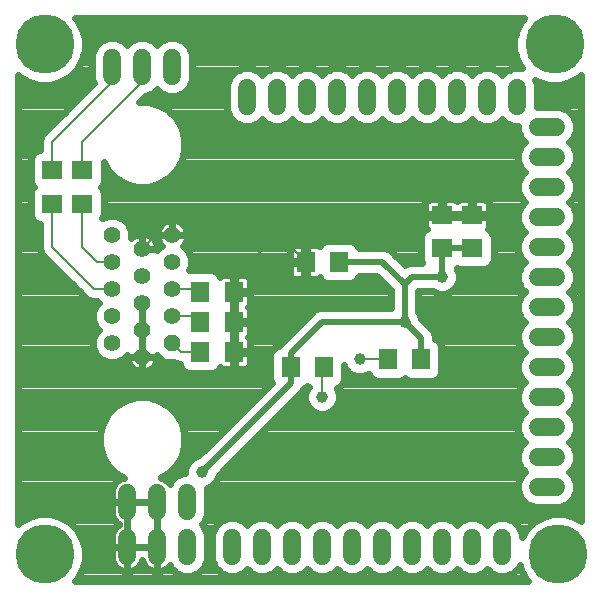
<source format=gbl>
G75*
G70*
%OFA0B0*%
%FSLAX24Y24*%
%IPPOS*%
%LPD*%
%AMOC8*
5,1,8,0,0,1.08239X$1,22.5*
%
%ADD10C,0.0554*%
%ADD11OC8,0.0554*%
%ADD12C,0.0600*%
%ADD13R,0.0709X0.0630*%
%ADD14R,0.0630X0.0710*%
%ADD15R,0.0710X0.0630*%
%ADD16R,0.0630X0.0709*%
%ADD17C,0.0396*%
%ADD18C,0.0080*%
%ADD19C,0.0240*%
%ADD20C,0.0200*%
%ADD21C,0.1969*%
D10*
X007062Y008066D03*
X007062Y008966D03*
X006062Y009416D03*
X006062Y010316D03*
X007062Y010766D03*
X007062Y009866D03*
X008062Y010316D03*
X008062Y009416D03*
X008062Y011216D03*
X008062Y012116D03*
X007062Y011666D03*
X006062Y012116D03*
X006062Y011216D03*
X006062Y008516D03*
D11*
X008062Y008516D03*
D12*
X008562Y003520D02*
X008562Y002920D01*
X008562Y002020D02*
X008562Y001420D01*
X007562Y001420D02*
X007562Y002020D01*
X007562Y002920D02*
X007562Y003520D01*
X006562Y003520D02*
X006562Y002920D01*
X006562Y002020D02*
X006562Y001420D01*
X010062Y001420D02*
X010062Y002020D01*
X011062Y002020D02*
X011062Y001420D01*
X012062Y001420D02*
X012062Y002020D01*
X013062Y002020D02*
X013062Y001420D01*
X014062Y001420D02*
X014062Y002020D01*
X015062Y002020D02*
X015062Y001420D01*
X016062Y001420D02*
X016062Y002020D01*
X017062Y002020D02*
X017062Y001420D01*
X018062Y001420D02*
X018062Y002020D01*
X019062Y002020D02*
X019062Y001420D01*
X020262Y003720D02*
X020862Y003720D01*
X020862Y004720D02*
X020262Y004720D01*
X020262Y005720D02*
X020862Y005720D01*
X020862Y006720D02*
X020262Y006720D01*
X020262Y007720D02*
X020862Y007720D01*
X020862Y008720D02*
X020262Y008720D01*
X020262Y009720D02*
X020862Y009720D01*
X020862Y010720D02*
X020262Y010720D01*
X020262Y011720D02*
X020862Y011720D01*
X020862Y012720D02*
X020262Y012720D01*
X020262Y013720D02*
X020862Y013720D01*
X020862Y014720D02*
X020262Y014720D01*
X020262Y015720D02*
X020862Y015720D01*
X019562Y016420D02*
X019562Y017020D01*
X018562Y017020D02*
X018562Y016420D01*
X017562Y016420D02*
X017562Y017020D01*
X016562Y017020D02*
X016562Y016420D01*
X015562Y016420D02*
X015562Y017020D01*
X014562Y017020D02*
X014562Y016420D01*
X013562Y016420D02*
X013562Y017020D01*
X012562Y017020D02*
X012562Y016420D01*
X011562Y016420D02*
X011562Y017020D01*
X010562Y017020D02*
X010562Y016420D01*
X008062Y017420D02*
X008062Y018020D01*
X007062Y018020D02*
X007062Y017420D01*
X006062Y017420D02*
X006062Y018020D01*
D13*
X017062Y012771D03*
X018062Y012771D03*
X018062Y011669D03*
X017062Y011669D03*
D14*
X010122Y010220D03*
X010122Y009220D03*
X010122Y008220D03*
X009002Y008220D03*
X009002Y009220D03*
X009002Y010220D03*
D15*
X005062Y013160D03*
X004062Y013160D03*
X004062Y014280D03*
X005062Y014280D03*
D16*
X012011Y007720D03*
X013113Y007720D03*
X015261Y007970D03*
X016363Y007970D03*
X013613Y011220D03*
X012511Y011220D03*
D17*
X012562Y010470D03*
X014312Y007970D03*
X013062Y006720D03*
X015812Y009220D03*
X017062Y010720D03*
X009062Y004220D03*
D18*
X013062Y006720D02*
X013062Y007669D01*
X013113Y007720D01*
X014312Y007970D02*
X015261Y007970D01*
X012562Y010470D02*
X012562Y011169D01*
X012511Y011220D01*
X011615Y012116D01*
X011562Y012116D01*
X010122Y010676D01*
X010122Y010220D01*
X010122Y009220D01*
X010122Y008220D01*
X009002Y008220D02*
X008358Y008220D01*
X008062Y008516D01*
X008806Y009416D02*
X009002Y009220D01*
X008806Y009416D02*
X008062Y009416D01*
X008062Y010316D02*
X008906Y010316D01*
X009002Y010220D01*
X007062Y009866D02*
X007062Y008966D01*
X007062Y008066D01*
X006062Y010316D02*
X005466Y010316D01*
X004062Y011720D01*
X004062Y013160D01*
X005062Y013160D02*
X005062Y011720D01*
X005566Y011216D01*
X006062Y011216D01*
X007062Y011666D02*
X007512Y012116D01*
X008062Y012116D01*
X011562Y012116D01*
X012217Y012771D01*
X017062Y012771D01*
X018062Y012771D01*
X013812Y011220D02*
X013613Y011220D01*
X007062Y017220D02*
X007062Y017720D01*
X007062Y017220D02*
X005062Y015220D01*
X005062Y014280D01*
X004062Y014280D02*
X004062Y015220D01*
X006062Y017220D01*
X006062Y017720D01*
D19*
X002922Y017459D02*
X002922Y002481D01*
X002986Y002546D01*
X003293Y002723D01*
X003635Y002814D01*
X003989Y002814D01*
X004331Y002723D01*
X004637Y002546D01*
X004888Y002295D01*
X005065Y001989D01*
X005156Y001647D01*
X005156Y001293D01*
X005065Y000951D01*
X004888Y000645D01*
X004823Y000580D01*
X019926Y000580D01*
X019861Y000645D01*
X019684Y000951D01*
X019644Y001101D01*
X019621Y001046D01*
X019436Y000860D01*
X019193Y000760D01*
X018931Y000760D01*
X018688Y000860D01*
X018562Y000987D01*
X018436Y000860D01*
X018193Y000760D01*
X017931Y000760D01*
X017688Y000860D01*
X017562Y000987D01*
X017436Y000860D01*
X017193Y000760D01*
X016931Y000760D01*
X016688Y000860D01*
X016562Y000987D01*
X016436Y000860D01*
X016193Y000760D01*
X015931Y000760D01*
X015688Y000860D01*
X015562Y000987D01*
X015436Y000860D01*
X015193Y000760D01*
X014931Y000760D01*
X014688Y000860D01*
X014562Y000987D01*
X014436Y000860D01*
X014193Y000760D01*
X013931Y000760D01*
X013688Y000860D01*
X013562Y000987D01*
X013436Y000860D01*
X013193Y000760D01*
X012931Y000760D01*
X012688Y000860D01*
X012562Y000987D01*
X012436Y000860D01*
X012193Y000760D01*
X011931Y000760D01*
X011688Y000860D01*
X011562Y000987D01*
X011436Y000860D01*
X011193Y000760D01*
X010931Y000760D01*
X010688Y000860D01*
X010562Y000987D01*
X010436Y000860D01*
X010193Y000760D01*
X009931Y000760D01*
X009688Y000860D01*
X009502Y001046D01*
X009402Y001289D01*
X009402Y002151D01*
X009502Y002394D01*
X009688Y002580D01*
X009931Y002680D01*
X010193Y002680D01*
X010436Y002580D01*
X010562Y002453D01*
X010688Y002580D01*
X010931Y002680D01*
X011193Y002680D01*
X011436Y002580D01*
X011562Y002453D01*
X011688Y002580D01*
X011931Y002680D01*
X012193Y002680D01*
X012436Y002580D01*
X012562Y002453D01*
X012688Y002580D01*
X012931Y002680D01*
X013193Y002680D01*
X013436Y002580D01*
X013562Y002453D01*
X013688Y002580D01*
X013931Y002680D01*
X014193Y002680D01*
X014436Y002580D01*
X014562Y002453D01*
X014688Y002580D01*
X014931Y002680D01*
X015193Y002680D01*
X015436Y002580D01*
X015562Y002453D01*
X015688Y002580D01*
X015931Y002680D01*
X016193Y002680D01*
X016436Y002580D01*
X016562Y002453D01*
X016688Y002580D01*
X016931Y002680D01*
X017193Y002680D01*
X017436Y002580D01*
X017562Y002453D01*
X017688Y002580D01*
X017931Y002680D01*
X018193Y002680D01*
X018436Y002580D01*
X018562Y002453D01*
X018688Y002580D01*
X018931Y002680D01*
X019193Y002680D01*
X019436Y002580D01*
X019621Y002394D01*
X019722Y002151D01*
X019722Y002054D01*
X019861Y002295D01*
X020111Y002546D01*
X020418Y002723D01*
X020760Y002814D01*
X021114Y002814D01*
X021456Y002723D01*
X021702Y002581D01*
X021702Y017459D01*
X021637Y017394D01*
X021331Y017217D01*
X020989Y017126D01*
X020635Y017126D01*
X020293Y017217D01*
X020164Y017292D01*
X020222Y017151D01*
X020222Y016380D01*
X020993Y016380D01*
X021236Y016280D01*
X021421Y016094D01*
X021522Y015851D01*
X021522Y015589D01*
X021421Y015346D01*
X021295Y015220D01*
X021421Y015094D01*
X021522Y014851D01*
X021522Y014589D01*
X021421Y014346D01*
X021295Y014220D01*
X021421Y014094D01*
X021522Y013851D01*
X021522Y013589D01*
X021421Y013346D01*
X021295Y013220D01*
X021421Y013094D01*
X021522Y012851D01*
X021522Y012589D01*
X021421Y012346D01*
X021295Y012220D01*
X021421Y012094D01*
X021522Y011851D01*
X021522Y011589D01*
X021421Y011346D01*
X021295Y011220D01*
X021421Y011094D01*
X021522Y010851D01*
X021522Y010589D01*
X021421Y010346D01*
X021295Y010220D01*
X021421Y010094D01*
X021522Y009851D01*
X021522Y009589D01*
X021421Y009346D01*
X021295Y009220D01*
X021421Y009094D01*
X021522Y008851D01*
X021522Y008589D01*
X021421Y008346D01*
X021295Y008220D01*
X021421Y008094D01*
X021522Y007851D01*
X021522Y007589D01*
X021421Y007346D01*
X021295Y007220D01*
X021421Y007094D01*
X021522Y006851D01*
X021522Y006589D01*
X021421Y006346D01*
X021295Y006220D01*
X021421Y006094D01*
X021522Y005851D01*
X021522Y005589D01*
X021421Y005346D01*
X021295Y005220D01*
X021421Y005094D01*
X021522Y004851D01*
X021522Y004589D01*
X021421Y004346D01*
X021295Y004220D01*
X021421Y004094D01*
X021522Y003851D01*
X021522Y003589D01*
X021421Y003346D01*
X021236Y003160D01*
X020993Y003060D01*
X020131Y003060D01*
X019888Y003160D01*
X019702Y003346D01*
X019602Y003589D01*
X019602Y003851D01*
X019702Y004094D01*
X019829Y004220D01*
X019702Y004346D01*
X019602Y004589D01*
X019602Y004851D01*
X019702Y005094D01*
X019829Y005220D01*
X019702Y005346D01*
X019602Y005589D01*
X019602Y005851D01*
X019702Y006094D01*
X019829Y006220D01*
X019702Y006346D01*
X019602Y006589D01*
X019602Y006851D01*
X019702Y007094D01*
X019829Y007220D01*
X019702Y007346D01*
X019602Y007589D01*
X019602Y007851D01*
X019702Y008094D01*
X019829Y008220D01*
X019702Y008346D01*
X019602Y008589D01*
X019602Y008851D01*
X019702Y009094D01*
X019829Y009220D01*
X019702Y009346D01*
X019602Y009589D01*
X019602Y009851D01*
X019702Y010094D01*
X019829Y010220D01*
X019702Y010346D01*
X019602Y010589D01*
X019602Y010851D01*
X019702Y011094D01*
X019829Y011220D01*
X019702Y011346D01*
X019602Y011589D01*
X019602Y011851D01*
X019702Y012094D01*
X019829Y012220D01*
X019702Y012346D01*
X019602Y012589D01*
X019602Y012851D01*
X019702Y013094D01*
X019829Y013220D01*
X019702Y013346D01*
X019602Y013589D01*
X019602Y013851D01*
X019702Y014094D01*
X019829Y014220D01*
X019702Y014346D01*
X019602Y014589D01*
X019602Y014851D01*
X019702Y015094D01*
X019829Y015220D01*
X019702Y015346D01*
X019602Y015589D01*
X019602Y015760D01*
X019431Y015760D01*
X019188Y015860D01*
X019062Y015987D01*
X018936Y015860D01*
X018693Y015760D01*
X018431Y015760D01*
X018188Y015860D01*
X018062Y015987D01*
X017936Y015860D01*
X017693Y015760D01*
X017431Y015760D01*
X017188Y015860D01*
X017062Y015987D01*
X016936Y015860D01*
X016693Y015760D01*
X016431Y015760D01*
X016188Y015860D01*
X016062Y015987D01*
X015936Y015860D01*
X015693Y015760D01*
X015431Y015760D01*
X015188Y015860D01*
X015062Y015987D01*
X014936Y015860D01*
X014693Y015760D01*
X014431Y015760D01*
X014188Y015860D01*
X014062Y015987D01*
X013936Y015860D01*
X013693Y015760D01*
X013431Y015760D01*
X013188Y015860D01*
X013062Y015987D01*
X012936Y015860D01*
X012693Y015760D01*
X012431Y015760D01*
X012188Y015860D01*
X012062Y015987D01*
X011936Y015860D01*
X011693Y015760D01*
X011431Y015760D01*
X011188Y015860D01*
X011062Y015987D01*
X010936Y015860D01*
X010693Y015760D01*
X010431Y015760D01*
X010188Y015860D01*
X010002Y016046D01*
X009902Y016289D01*
X009902Y017151D01*
X010002Y017394D01*
X010188Y017580D01*
X010431Y017680D01*
X010693Y017680D01*
X010936Y017580D01*
X011062Y017453D01*
X011188Y017580D01*
X011431Y017680D01*
X011693Y017680D01*
X011936Y017580D01*
X012062Y017453D01*
X012188Y017580D01*
X012431Y017680D01*
X012693Y017680D01*
X012936Y017580D01*
X013062Y017453D01*
X013188Y017580D01*
X013431Y017680D01*
X013693Y017680D01*
X013936Y017580D01*
X014062Y017453D01*
X014188Y017580D01*
X014431Y017680D01*
X014693Y017680D01*
X014936Y017580D01*
X015062Y017453D01*
X015188Y017580D01*
X015431Y017680D01*
X015693Y017680D01*
X015936Y017580D01*
X016062Y017453D01*
X016188Y017580D01*
X016431Y017680D01*
X016693Y017680D01*
X016936Y017580D01*
X017062Y017453D01*
X017188Y017580D01*
X017431Y017680D01*
X017693Y017680D01*
X017936Y017580D01*
X018062Y017453D01*
X018188Y017580D01*
X018431Y017680D01*
X018693Y017680D01*
X018936Y017580D01*
X019062Y017453D01*
X019188Y017580D01*
X019431Y017680D01*
X019693Y017680D01*
X019723Y017668D01*
X019559Y017951D01*
X019468Y018293D01*
X019468Y018647D01*
X019559Y018989D01*
X019736Y019295D01*
X019801Y019360D01*
X004823Y019360D01*
X004888Y019295D01*
X005065Y018989D01*
X005156Y018647D01*
X005156Y018293D01*
X005065Y017951D01*
X004888Y017645D01*
X004637Y017394D01*
X004331Y017217D01*
X003989Y017126D01*
X003635Y017126D01*
X003293Y017217D01*
X002986Y017394D01*
X002922Y017459D01*
X002922Y017392D02*
X002991Y017392D01*
X002922Y017154D02*
X003531Y017154D01*
X002922Y016915D02*
X005191Y016915D01*
X004953Y016677D02*
X002922Y016677D01*
X002922Y016438D02*
X004714Y016438D01*
X004476Y016200D02*
X002922Y016200D01*
X002922Y015961D02*
X004237Y015961D01*
X003999Y015723D02*
X002922Y015723D01*
X002922Y015484D02*
X003760Y015484D01*
X003723Y015447D02*
X003662Y015300D01*
X003662Y014955D01*
X003635Y014955D01*
X003503Y014900D01*
X003402Y014799D01*
X003347Y014666D01*
X003347Y013893D01*
X003402Y013761D01*
X003443Y013720D01*
X003402Y013679D01*
X003347Y013547D01*
X003347Y012774D01*
X003402Y012641D01*
X003503Y012540D01*
X003635Y012485D01*
X003662Y012485D01*
X003662Y011640D01*
X003723Y011493D01*
X005240Y009977D01*
X005387Y009916D01*
X005561Y009916D01*
X005611Y009866D01*
X005522Y009777D01*
X005425Y009542D01*
X005425Y009289D01*
X005522Y009055D01*
X005611Y008966D01*
X005522Y008877D01*
X005425Y008642D01*
X005425Y008389D01*
X005522Y008155D01*
X005701Y007976D01*
X005935Y007879D01*
X006189Y007879D01*
X006423Y007976D01*
X006567Y008120D01*
X006565Y008105D01*
X006565Y008066D01*
X007062Y008066D01*
X007062Y008066D01*
X007062Y008966D01*
X007062Y008966D01*
X007062Y009866D01*
X007062Y009866D01*
X007062Y009463D01*
X007062Y008966D01*
X007062Y008966D01*
X007062Y008563D01*
X007062Y008066D01*
X007559Y008066D01*
X007559Y008105D01*
X007557Y008120D01*
X007798Y007879D01*
X008137Y007879D01*
X008278Y007820D01*
X008327Y007820D01*
X008327Y007793D01*
X008382Y007661D01*
X008483Y007560D01*
X008615Y007505D01*
X009389Y007505D01*
X009521Y007560D01*
X009622Y007661D01*
X009645Y007716D01*
X009672Y007689D01*
X009722Y007660D01*
X009778Y007645D01*
X010084Y007645D01*
X010084Y008183D01*
X010159Y008183D01*
X010159Y008257D01*
X010657Y008257D01*
X010657Y008604D01*
X010642Y008660D01*
X010613Y008710D01*
X010603Y008720D01*
X010613Y008730D01*
X010642Y008780D01*
X010657Y008836D01*
X010657Y009183D01*
X010159Y009183D01*
X010159Y009257D01*
X010657Y009257D01*
X010657Y009604D01*
X010642Y009660D01*
X010613Y009710D01*
X010603Y009720D01*
X010613Y009730D01*
X010642Y009780D01*
X010657Y009836D01*
X010657Y010183D01*
X010159Y010183D01*
X010159Y010257D01*
X010657Y010257D01*
X010657Y010604D01*
X010642Y010660D01*
X010613Y010710D01*
X010572Y010751D01*
X010522Y010780D01*
X010466Y010795D01*
X010159Y010795D01*
X010159Y010257D01*
X010084Y010257D01*
X010084Y010795D01*
X009778Y010795D01*
X009722Y010780D01*
X009672Y010751D01*
X009645Y010724D01*
X009622Y010779D01*
X009521Y010880D01*
X009389Y010935D01*
X008635Y010935D01*
X008699Y011089D01*
X008699Y011342D01*
X008602Y011577D01*
X008423Y011756D01*
X008410Y011761D01*
X008441Y011792D01*
X008487Y011855D01*
X008523Y011925D01*
X008547Y011999D01*
X008559Y012077D01*
X008559Y012116D01*
X008559Y012155D01*
X008547Y012232D01*
X008523Y012307D01*
X008487Y012376D01*
X008441Y012440D01*
X008386Y012495D01*
X008322Y012541D01*
X008253Y012576D01*
X008178Y012601D01*
X008101Y012613D01*
X008062Y012613D01*
X008062Y012116D01*
X008062Y012116D01*
X008062Y012613D01*
X008023Y012613D01*
X007945Y012601D01*
X007871Y012576D01*
X007801Y012541D01*
X007738Y012495D01*
X007683Y012440D01*
X007637Y012376D01*
X007601Y012307D01*
X007577Y012232D01*
X007565Y012155D01*
X007565Y012116D01*
X008062Y012116D01*
X008559Y012116D01*
X008062Y012116D01*
X008062Y012116D01*
X008062Y012116D01*
X007565Y012116D01*
X007565Y012077D01*
X007577Y011999D01*
X007601Y011925D01*
X007637Y011855D01*
X007683Y011792D01*
X007713Y011761D01*
X007701Y011756D01*
X007557Y011612D01*
X007559Y011627D01*
X007559Y011666D01*
X007559Y011705D01*
X007547Y011782D01*
X007523Y011857D01*
X007487Y011926D01*
X007441Y011990D01*
X007386Y012045D01*
X007322Y012091D01*
X007253Y012126D01*
X007178Y012151D01*
X007101Y012163D01*
X007062Y012163D01*
X007062Y011666D01*
X007062Y011666D01*
X007062Y012163D01*
X007023Y012163D01*
X006945Y012151D01*
X006871Y012126D01*
X006801Y012091D01*
X006738Y012045D01*
X006699Y012006D01*
X006699Y012242D01*
X006602Y012477D01*
X006423Y012656D01*
X006189Y012753D01*
X005935Y012753D01*
X005734Y012669D01*
X005777Y012774D01*
X005777Y013547D01*
X005722Y013679D01*
X005681Y013720D01*
X005722Y013761D01*
X005777Y013893D01*
X005777Y014547D01*
X005934Y014275D01*
X006196Y014013D01*
X006518Y013827D01*
X006876Y013731D01*
X007248Y013731D01*
X007606Y013827D01*
X007928Y014013D01*
X008190Y014275D01*
X008376Y014597D01*
X008472Y014956D01*
X008472Y015327D01*
X008376Y015685D01*
X008190Y016007D01*
X007928Y016270D01*
X007606Y016455D01*
X007248Y016551D01*
X006959Y016551D01*
X007168Y016760D01*
X007193Y016760D01*
X007436Y016860D01*
X007562Y016987D01*
X007688Y016860D01*
X007931Y016760D01*
X008193Y016760D01*
X008436Y016860D01*
X008621Y017046D01*
X008722Y017289D01*
X008722Y018151D01*
X008621Y018394D01*
X008436Y018580D01*
X008193Y018680D01*
X007931Y018680D01*
X007688Y018580D01*
X007562Y018453D01*
X007436Y018580D01*
X007193Y018680D01*
X006931Y018680D01*
X006688Y018580D01*
X006562Y018453D01*
X006436Y018580D01*
X006193Y018680D01*
X005931Y018680D01*
X005688Y018580D01*
X005502Y018394D01*
X005402Y018151D01*
X005402Y017289D01*
X005450Y017173D01*
X003723Y015447D01*
X003662Y015246D02*
X002922Y015246D01*
X002922Y015007D02*
X003662Y015007D01*
X003389Y014769D02*
X002922Y014769D01*
X002922Y014530D02*
X003347Y014530D01*
X003347Y014292D02*
X002922Y014292D01*
X002922Y014053D02*
X003347Y014053D01*
X003380Y013815D02*
X002922Y013815D01*
X002922Y013576D02*
X003359Y013576D01*
X003347Y013338D02*
X002922Y013338D01*
X002922Y013099D02*
X003347Y013099D01*
X003347Y012861D02*
X002922Y012861D01*
X002922Y012622D02*
X003421Y012622D01*
X003662Y012384D02*
X002922Y012384D01*
X002922Y012145D02*
X003662Y012145D01*
X003662Y011907D02*
X002922Y011907D01*
X002922Y011668D02*
X003662Y011668D01*
X003787Y011430D02*
X002922Y011430D01*
X002922Y011191D02*
X004025Y011191D01*
X004264Y010953D02*
X002922Y010953D01*
X002922Y010714D02*
X004502Y010714D01*
X004741Y010476D02*
X002922Y010476D01*
X002922Y010237D02*
X004979Y010237D01*
X005218Y009999D02*
X002922Y009999D01*
X002922Y009760D02*
X005515Y009760D01*
X005425Y009522D02*
X002922Y009522D01*
X002922Y009283D02*
X005427Y009283D01*
X005532Y009045D02*
X002922Y009045D01*
X002922Y008806D02*
X005492Y008806D01*
X005425Y008568D02*
X002922Y008568D01*
X002922Y008329D02*
X005450Y008329D01*
X005586Y008091D02*
X002922Y008091D01*
X002922Y007852D02*
X006613Y007852D01*
X006601Y007875D02*
X006637Y007805D01*
X006683Y007742D01*
X006738Y007686D01*
X006801Y007640D01*
X006871Y007605D01*
X006945Y007581D01*
X007023Y007569D01*
X007062Y007569D01*
X007101Y007569D01*
X007178Y007581D01*
X007253Y007605D01*
X007322Y007640D01*
X007386Y007686D01*
X007441Y007742D01*
X007487Y007805D01*
X007523Y007875D01*
X007547Y007949D01*
X007559Y008027D01*
X007559Y008066D01*
X007062Y008066D01*
X007062Y008066D01*
X007062Y008066D01*
X007062Y007569D01*
X007062Y008066D01*
X007062Y008066D01*
X006565Y008066D01*
X006565Y008027D01*
X006577Y007949D01*
X006601Y007875D01*
X006565Y008091D02*
X006538Y008091D01*
X007062Y008091D02*
X007062Y008091D01*
X007062Y008329D02*
X007062Y008329D01*
X007062Y008568D02*
X007062Y008568D01*
X007062Y008806D02*
X007062Y008806D01*
X007062Y009045D02*
X007062Y009045D01*
X007062Y009283D02*
X007062Y009283D01*
X007062Y009522D02*
X007062Y009522D01*
X007062Y009760D02*
X007062Y009760D01*
X008643Y010953D02*
X011976Y010953D01*
X011976Y010837D02*
X011991Y010781D01*
X012020Y010731D01*
X012061Y010690D01*
X012111Y010661D01*
X012167Y010646D01*
X012473Y010646D01*
X012473Y011183D01*
X011976Y011183D01*
X011976Y010837D01*
X012036Y010714D02*
X010609Y010714D01*
X010657Y010476D02*
X015156Y010476D01*
X015352Y010279D02*
X015352Y009680D01*
X012970Y009680D01*
X012801Y009610D01*
X011750Y008559D01*
X011626Y008434D01*
X011624Y008434D01*
X011492Y008380D01*
X011391Y008278D01*
X011336Y008146D01*
X011336Y007294D01*
X011380Y007188D01*
X008969Y004778D01*
X008951Y004778D01*
X008746Y004693D01*
X008589Y004536D01*
X008504Y004331D01*
X008504Y004180D01*
X008431Y004180D01*
X008188Y004080D01*
X008002Y003894D01*
X007977Y003833D01*
X007959Y003859D01*
X007901Y003917D01*
X007834Y003965D01*
X007761Y004002D01*
X007684Y004027D01*
X007680Y004028D01*
X007928Y004170D01*
X008190Y004433D01*
X008376Y004754D01*
X008472Y005113D01*
X008472Y005484D01*
X008376Y005843D01*
X008190Y006164D01*
X007928Y006427D01*
X007606Y006613D01*
X007248Y006709D01*
X006876Y006709D01*
X006518Y006613D01*
X006196Y006427D01*
X005934Y006164D01*
X005748Y005843D01*
X005652Y005484D01*
X005652Y005113D01*
X005748Y004754D01*
X005934Y004433D01*
X006196Y004170D01*
X006443Y004028D01*
X006440Y004027D01*
X006362Y004002D01*
X006289Y003965D01*
X006223Y003917D01*
X006165Y003859D01*
X006117Y003793D01*
X006080Y003720D01*
X006055Y003642D01*
X006042Y003561D01*
X006042Y003220D01*
X006042Y002879D01*
X006055Y002798D01*
X006080Y002720D01*
X006117Y002647D01*
X006165Y002581D01*
X006223Y002523D01*
X006289Y002475D01*
X006300Y002470D01*
X006289Y002465D01*
X006223Y002417D01*
X006165Y002359D01*
X006117Y002293D01*
X006080Y002220D01*
X006055Y002142D01*
X006042Y002061D01*
X006042Y001720D01*
X006042Y001379D01*
X006055Y001298D01*
X006080Y001220D01*
X006117Y001147D01*
X006165Y001081D01*
X006223Y001023D01*
X006289Y000975D01*
X006362Y000938D01*
X006440Y000913D01*
X006521Y000900D01*
X006562Y000900D01*
X006603Y000900D01*
X006684Y000913D01*
X006761Y000938D01*
X006834Y000975D01*
X006901Y001023D01*
X006959Y001081D01*
X007007Y001147D01*
X007044Y001220D01*
X007062Y001276D01*
X007080Y001220D01*
X007117Y001147D01*
X007165Y001081D01*
X007223Y001023D01*
X007289Y000975D01*
X007362Y000938D01*
X007440Y000913D01*
X007521Y000900D01*
X007562Y000900D01*
X007603Y000900D01*
X007684Y000913D01*
X007761Y000938D01*
X007834Y000975D01*
X007901Y001023D01*
X007959Y001081D01*
X007977Y001107D01*
X008002Y001046D01*
X008188Y000860D01*
X008431Y000760D01*
X008693Y000760D01*
X008936Y000860D01*
X009121Y001046D01*
X009222Y001289D01*
X009222Y002151D01*
X009121Y002394D01*
X009045Y002470D01*
X009121Y002546D01*
X009222Y002789D01*
X009222Y003651D01*
X009211Y003678D01*
X009378Y003747D01*
X009535Y003904D01*
X009620Y004109D01*
X009620Y004128D01*
X012271Y006779D01*
X012401Y006908D01*
X012450Y007028D01*
X012530Y007060D01*
X012562Y007093D01*
X012594Y007060D01*
X012608Y007055D01*
X012589Y007036D01*
X012504Y006831D01*
X012504Y006609D01*
X012589Y006404D01*
X012746Y006247D01*
X012951Y006162D01*
X013173Y006162D01*
X013378Y006247D01*
X013535Y006404D01*
X013620Y006609D01*
X013620Y006831D01*
X013541Y007023D01*
X013632Y007060D01*
X013733Y007162D01*
X013788Y007294D01*
X013788Y007776D01*
X013839Y007654D01*
X013996Y007497D01*
X014201Y007412D01*
X014423Y007412D01*
X014609Y007489D01*
X014641Y007412D01*
X014742Y007310D01*
X014874Y007256D01*
X015647Y007256D01*
X015780Y007310D01*
X015812Y007343D01*
X015844Y007310D01*
X015977Y007256D01*
X016750Y007256D01*
X016882Y007310D01*
X016983Y007412D01*
X017038Y007544D01*
X017038Y008396D01*
X016983Y008528D01*
X016882Y008630D01*
X016823Y008654D01*
X016823Y008760D01*
X016753Y008929D01*
X016370Y009312D01*
X016370Y009331D01*
X016285Y009536D01*
X016272Y009549D01*
X016272Y010260D01*
X016733Y010260D01*
X016746Y010247D01*
X016951Y010162D01*
X017173Y010162D01*
X017378Y010247D01*
X017535Y010404D01*
X017620Y010609D01*
X017620Y010831D01*
X017543Y011017D01*
X017562Y011025D01*
X017636Y010994D01*
X018488Y010994D01*
X018620Y011049D01*
X018721Y011150D01*
X018776Y011282D01*
X018776Y012055D01*
X018721Y012188D01*
X018620Y012289D01*
X018578Y012307D01*
X018592Y012321D01*
X018621Y012371D01*
X018636Y012427D01*
X018636Y012734D01*
X018099Y012734D01*
X018099Y012809D01*
X018024Y012809D01*
X018024Y013306D01*
X017679Y013306D01*
X017623Y013291D01*
X017572Y013262D01*
X017562Y013252D01*
X017551Y013262D01*
X017501Y013291D01*
X017445Y013306D01*
X017099Y013306D01*
X017099Y012809D01*
X017024Y012809D01*
X017024Y013306D01*
X016679Y013306D01*
X016623Y013291D01*
X016572Y013262D01*
X016532Y013221D01*
X016503Y013171D01*
X016488Y013115D01*
X016488Y012809D01*
X017024Y012809D01*
X017024Y012734D01*
X016488Y012734D01*
X016488Y012427D01*
X016503Y012371D01*
X016532Y012321D01*
X016546Y012307D01*
X016504Y012289D01*
X016402Y012188D01*
X016348Y012055D01*
X016348Y011282D01*
X016390Y011180D01*
X015970Y011180D01*
X015816Y011116D01*
X015452Y011481D01*
X015322Y011610D01*
X015153Y011680D01*
X014274Y011680D01*
X014233Y011778D01*
X014132Y011880D01*
X014000Y011934D01*
X013227Y011934D01*
X013094Y011880D01*
X012993Y011778D01*
X012975Y011736D01*
X012961Y011750D01*
X012911Y011779D01*
X012855Y011794D01*
X012548Y011794D01*
X012548Y011257D01*
X012473Y011257D01*
X012473Y011183D01*
X012548Y011183D01*
X012548Y010646D01*
X012855Y010646D01*
X012911Y010661D01*
X012961Y010690D01*
X012975Y010704D01*
X012993Y010662D01*
X013094Y010560D01*
X013227Y010506D01*
X014000Y010506D01*
X014132Y010560D01*
X014233Y010662D01*
X014274Y010760D01*
X014871Y010760D01*
X015352Y010279D01*
X015352Y010237D02*
X010159Y010237D01*
X010159Y010183D02*
X010159Y009645D01*
X010159Y009257D01*
X010084Y009257D01*
X010084Y010183D01*
X010159Y010183D01*
X010159Y009999D02*
X010084Y009999D01*
X010084Y009760D02*
X010159Y009760D01*
X010159Y009522D02*
X010084Y009522D01*
X010084Y009283D02*
X010159Y009283D01*
X010159Y009183D02*
X010159Y008645D01*
X010159Y008257D01*
X010084Y008257D01*
X010084Y009183D01*
X010159Y009183D01*
X010159Y009045D02*
X010084Y009045D01*
X010084Y008806D02*
X010159Y008806D01*
X010159Y008568D02*
X010084Y008568D01*
X010084Y008329D02*
X010159Y008329D01*
X010159Y008183D02*
X010657Y008183D01*
X010657Y007836D01*
X010642Y007780D01*
X010613Y007730D01*
X010572Y007689D01*
X010522Y007660D01*
X010466Y007645D01*
X010159Y007645D01*
X010159Y008183D01*
X010159Y008091D02*
X010084Y008091D01*
X010084Y007852D02*
X010159Y007852D01*
X010657Y007852D02*
X011336Y007852D01*
X011336Y007614D02*
X009575Y007614D01*
X008430Y007614D02*
X007270Y007614D01*
X007062Y007614D02*
X007062Y007614D01*
X006854Y007614D02*
X002922Y007614D01*
X002922Y007375D02*
X011336Y007375D01*
X011328Y007137D02*
X002922Y007137D01*
X002922Y006898D02*
X011089Y006898D01*
X010851Y006660D02*
X007431Y006660D01*
X007934Y006421D02*
X010612Y006421D01*
X010374Y006183D02*
X008172Y006183D01*
X008317Y005944D02*
X010135Y005944D01*
X009897Y005706D02*
X008413Y005706D01*
X008472Y005467D02*
X009658Y005467D01*
X009420Y005229D02*
X008472Y005229D01*
X008439Y004990D02*
X009181Y004990D01*
X008887Y004752D02*
X008374Y004752D01*
X008236Y004513D02*
X008579Y004513D01*
X008504Y004275D02*
X008032Y004275D01*
X008145Y004036D02*
X007695Y004036D01*
X007562Y003220D02*
X007082Y003220D01*
X006562Y003220D01*
X006562Y003220D01*
X007562Y003220D01*
X007562Y002400D01*
X007562Y001720D01*
X007562Y000900D01*
X007562Y001720D01*
X007562Y001720D01*
X007562Y001720D01*
X007562Y003220D01*
X007562Y003220D01*
X007562Y003220D01*
X007562Y003082D02*
X007562Y003082D01*
X007562Y002844D02*
X007562Y002844D01*
X007562Y002605D02*
X007562Y002605D01*
X007562Y002367D02*
X007562Y002367D01*
X007562Y002128D02*
X007562Y002128D01*
X007562Y001890D02*
X007562Y001890D01*
X007562Y001720D02*
X007562Y001720D01*
X006562Y001720D01*
X007082Y001720D01*
X007562Y001720D01*
X007562Y001651D02*
X007562Y001651D01*
X007562Y001413D02*
X007562Y001413D01*
X007562Y001174D02*
X007562Y001174D01*
X007562Y000936D02*
X007562Y000936D01*
X007754Y000936D02*
X008113Y000936D01*
X007370Y000936D02*
X006754Y000936D01*
X006562Y000936D02*
X006562Y000936D01*
X006562Y000900D02*
X006562Y001720D01*
X006562Y001720D01*
X006562Y001720D01*
X006562Y001720D01*
X006562Y002400D01*
X006562Y003220D01*
X006562Y003220D01*
X006562Y001720D01*
X006562Y000900D01*
X006370Y000936D02*
X005056Y000936D01*
X005124Y001174D02*
X006104Y001174D01*
X006042Y001413D02*
X005156Y001413D01*
X005155Y001651D02*
X006042Y001651D01*
X006042Y001720D02*
X006562Y001720D01*
X006562Y001720D01*
X006042Y001720D01*
X006042Y001890D02*
X005091Y001890D01*
X004984Y002128D02*
X006053Y002128D01*
X006173Y002367D02*
X004816Y002367D01*
X004535Y002605D02*
X006148Y002605D01*
X006048Y002844D02*
X002922Y002844D01*
X002922Y003082D02*
X006042Y003082D01*
X006042Y003220D02*
X006562Y003220D01*
X006562Y003220D01*
X006042Y003220D01*
X006042Y003321D02*
X002922Y003321D01*
X002922Y003559D02*
X006042Y003559D01*
X006121Y003798D02*
X002922Y003798D01*
X002922Y004036D02*
X006429Y004036D01*
X006092Y004275D02*
X002922Y004275D01*
X002922Y004513D02*
X005887Y004513D01*
X005750Y004752D02*
X002922Y004752D01*
X002922Y004990D02*
X005685Y004990D01*
X005652Y005229D02*
X002922Y005229D01*
X002922Y005467D02*
X005652Y005467D01*
X005711Y005706D02*
X002922Y005706D01*
X002922Y005944D02*
X005806Y005944D01*
X005952Y006183D02*
X002922Y006183D01*
X002922Y006421D02*
X006190Y006421D01*
X006693Y006660D02*
X002922Y006660D01*
X007062Y007852D02*
X007062Y007852D01*
X007511Y007852D02*
X008201Y007852D01*
X007586Y008091D02*
X007559Y008091D01*
X010084Y010476D02*
X010159Y010476D01*
X010159Y010714D02*
X010084Y010714D01*
X010657Y009999D02*
X015352Y009999D01*
X015352Y009760D02*
X010630Y009760D01*
X010657Y009522D02*
X012713Y009522D01*
X012474Y009283D02*
X010657Y009283D01*
X010657Y009045D02*
X012236Y009045D01*
X011997Y008806D02*
X010649Y008806D01*
X010657Y008568D02*
X011759Y008568D01*
X011441Y008329D02*
X010657Y008329D01*
X010657Y008091D02*
X011336Y008091D01*
X012390Y006898D02*
X012532Y006898D01*
X012504Y006660D02*
X012152Y006660D01*
X011913Y006421D02*
X012582Y006421D01*
X012901Y006183D02*
X011675Y006183D01*
X011436Y005944D02*
X019640Y005944D01*
X019602Y005706D02*
X011198Y005706D01*
X010959Y005467D02*
X019652Y005467D01*
X019820Y005229D02*
X010721Y005229D01*
X010482Y004990D02*
X019659Y004990D01*
X019602Y004752D02*
X010244Y004752D01*
X010005Y004513D02*
X019633Y004513D01*
X019774Y004275D02*
X009767Y004275D01*
X009590Y004036D02*
X019678Y004036D01*
X019602Y003798D02*
X009429Y003798D01*
X009222Y003559D02*
X019614Y003559D01*
X019728Y003321D02*
X009222Y003321D01*
X009222Y003082D02*
X020077Y003082D01*
X020214Y002605D02*
X019374Y002605D01*
X019633Y002367D02*
X019932Y002367D01*
X019765Y002128D02*
X019722Y002128D01*
X018750Y002605D02*
X018374Y002605D01*
X017750Y002605D02*
X017374Y002605D01*
X016750Y002605D02*
X016374Y002605D01*
X015750Y002605D02*
X015374Y002605D01*
X014750Y002605D02*
X014374Y002605D01*
X013750Y002605D02*
X013374Y002605D01*
X012750Y002605D02*
X012374Y002605D01*
X011750Y002605D02*
X011374Y002605D01*
X010750Y002605D02*
X010374Y002605D01*
X009750Y002605D02*
X009146Y002605D01*
X009222Y002844D02*
X021702Y002844D01*
X021702Y003082D02*
X021046Y003082D01*
X021396Y003321D02*
X021702Y003321D01*
X021702Y003559D02*
X021510Y003559D01*
X021522Y003798D02*
X021702Y003798D01*
X021702Y004036D02*
X021445Y004036D01*
X021350Y004275D02*
X021702Y004275D01*
X021702Y004513D02*
X021491Y004513D01*
X021522Y004752D02*
X021702Y004752D01*
X021702Y004990D02*
X021464Y004990D01*
X021304Y005229D02*
X021702Y005229D01*
X021702Y005467D02*
X021471Y005467D01*
X021522Y005706D02*
X021702Y005706D01*
X021702Y005944D02*
X021483Y005944D01*
X021333Y006183D02*
X021702Y006183D01*
X021702Y006421D02*
X021452Y006421D01*
X021522Y006660D02*
X021702Y006660D01*
X021702Y006898D02*
X021503Y006898D01*
X021379Y007137D02*
X021702Y007137D01*
X021702Y007375D02*
X021433Y007375D01*
X021522Y007614D02*
X021702Y007614D01*
X021702Y007852D02*
X021522Y007852D01*
X021423Y008091D02*
X021702Y008091D01*
X021702Y008329D02*
X021404Y008329D01*
X021513Y008568D02*
X021702Y008568D01*
X021702Y008806D02*
X021522Y008806D01*
X021442Y009045D02*
X021702Y009045D01*
X021702Y009283D02*
X021358Y009283D01*
X021494Y009522D02*
X021702Y009522D01*
X021702Y009760D02*
X021522Y009760D01*
X021461Y009999D02*
X021702Y009999D01*
X021702Y010237D02*
X021312Y010237D01*
X021475Y010476D02*
X021702Y010476D01*
X021702Y010714D02*
X021522Y010714D01*
X021480Y010953D02*
X021702Y010953D01*
X021702Y011191D02*
X021324Y011191D01*
X021456Y011430D02*
X021702Y011430D01*
X021702Y011668D02*
X021522Y011668D01*
X021499Y011907D02*
X021702Y011907D01*
X021702Y012145D02*
X021370Y012145D01*
X021437Y012384D02*
X021702Y012384D01*
X021702Y012622D02*
X021522Y012622D01*
X021518Y012861D02*
X021702Y012861D01*
X021702Y013099D02*
X021416Y013099D01*
X021413Y013338D02*
X021702Y013338D01*
X021702Y013576D02*
X021517Y013576D01*
X021522Y013815D02*
X021702Y013815D01*
X021702Y014053D02*
X021438Y014053D01*
X021367Y014292D02*
X021702Y014292D01*
X021702Y014530D02*
X021498Y014530D01*
X021522Y014769D02*
X021702Y014769D01*
X021702Y015007D02*
X021457Y015007D01*
X021321Y015246D02*
X021702Y015246D01*
X021702Y015484D02*
X021479Y015484D01*
X021522Y015723D02*
X021702Y015723D01*
X021702Y015961D02*
X021476Y015961D01*
X021316Y016200D02*
X021702Y016200D01*
X021702Y016438D02*
X020222Y016438D01*
X020222Y016677D02*
X021702Y016677D01*
X021702Y016915D02*
X020222Y016915D01*
X020221Y017154D02*
X020531Y017154D01*
X021093Y017154D02*
X021702Y017154D01*
X021702Y017392D02*
X021633Y017392D01*
X019741Y019300D02*
X004883Y019300D01*
X005023Y019062D02*
X019601Y019062D01*
X019515Y018823D02*
X005109Y018823D01*
X005156Y018585D02*
X005700Y018585D01*
X005483Y018346D02*
X005156Y018346D01*
X005106Y018108D02*
X005402Y018108D01*
X005402Y017869D02*
X005017Y017869D01*
X004873Y017631D02*
X005402Y017631D01*
X005402Y017392D02*
X004633Y017392D01*
X004093Y017154D02*
X005430Y017154D01*
X007084Y016677D02*
X009902Y016677D01*
X009902Y016915D02*
X008490Y016915D01*
X008666Y017154D02*
X009903Y017154D01*
X010002Y017392D02*
X008722Y017392D01*
X008722Y017631D02*
X010311Y017631D01*
X010813Y017631D02*
X011311Y017631D01*
X011813Y017631D02*
X012311Y017631D01*
X012813Y017631D02*
X013311Y017631D01*
X013813Y017631D02*
X014311Y017631D01*
X014813Y017631D02*
X015311Y017631D01*
X015813Y017631D02*
X016311Y017631D01*
X016813Y017631D02*
X017311Y017631D01*
X017813Y017631D02*
X018311Y017631D01*
X018813Y017631D02*
X019311Y017631D01*
X019607Y017869D02*
X008722Y017869D01*
X008722Y018108D02*
X019517Y018108D01*
X019468Y018346D02*
X008641Y018346D01*
X008424Y018585D02*
X019468Y018585D01*
X019087Y015961D02*
X019036Y015961D01*
X019602Y015723D02*
X008354Y015723D01*
X008430Y015484D02*
X019645Y015484D01*
X019803Y015246D02*
X008472Y015246D01*
X008472Y015007D02*
X019666Y015007D01*
X019602Y014769D02*
X008422Y014769D01*
X008337Y014530D02*
X019626Y014530D01*
X019757Y014292D02*
X008199Y014292D01*
X007968Y014053D02*
X019685Y014053D01*
X019602Y013815D02*
X007558Y013815D01*
X006566Y013815D02*
X005744Y013815D01*
X005765Y013576D02*
X019607Y013576D01*
X019711Y013338D02*
X005777Y013338D01*
X005777Y013099D02*
X016488Y013099D01*
X016488Y012861D02*
X005777Y012861D01*
X006457Y012622D02*
X016488Y012622D01*
X016499Y012384D02*
X008482Y012384D01*
X008559Y012145D02*
X016385Y012145D01*
X016348Y011907D02*
X014067Y011907D01*
X013159Y011907D02*
X008513Y011907D01*
X008511Y011668D02*
X011996Y011668D01*
X011991Y011659D02*
X011976Y011603D01*
X011976Y011257D01*
X012473Y011257D01*
X012473Y011794D01*
X012167Y011794D01*
X012111Y011779D01*
X012061Y011750D01*
X012020Y011709D01*
X011991Y011659D01*
X011976Y011430D02*
X008663Y011430D01*
X008699Y011191D02*
X012473Y011191D01*
X012473Y011430D02*
X012548Y011430D01*
X012548Y011668D02*
X012473Y011668D01*
X012473Y010953D02*
X012548Y010953D01*
X012548Y010714D02*
X012473Y010714D01*
X014255Y010714D02*
X014917Y010714D01*
X015503Y011430D02*
X016348Y011430D01*
X016348Y011668D02*
X015182Y011668D01*
X015741Y011191D02*
X016385Y011191D01*
X016272Y010237D02*
X016770Y010237D01*
X016272Y009999D02*
X019663Y009999D01*
X019811Y010237D02*
X017354Y010237D01*
X017565Y010476D02*
X019649Y010476D01*
X019602Y010714D02*
X017620Y010714D01*
X017570Y010953D02*
X019644Y010953D01*
X019800Y011191D02*
X018738Y011191D01*
X018776Y011430D02*
X019668Y011430D01*
X019602Y011668D02*
X018776Y011668D01*
X018776Y011907D02*
X019625Y011907D01*
X019754Y012145D02*
X018739Y012145D01*
X018624Y012384D02*
X019687Y012384D01*
X019602Y012622D02*
X018636Y012622D01*
X018636Y012809D02*
X018636Y013115D01*
X018621Y013171D01*
X018592Y013221D01*
X018551Y013262D01*
X018501Y013291D01*
X018445Y013306D01*
X018099Y013306D01*
X018099Y012809D01*
X018636Y012809D01*
X018636Y012861D02*
X019606Y012861D01*
X019708Y013099D02*
X018636Y013099D01*
X018099Y013099D02*
X018024Y013099D01*
X018024Y012861D02*
X018099Y012861D01*
X018024Y012809D02*
X018024Y012734D01*
X017488Y012734D01*
X017099Y012734D01*
X017099Y012809D01*
X018024Y012809D01*
X017099Y012861D02*
X017024Y012861D01*
X017024Y013099D02*
X017099Y013099D01*
X017036Y015961D02*
X017087Y015961D01*
X018036Y015961D02*
X018087Y015961D01*
X016087Y015961D02*
X016036Y015961D01*
X015087Y015961D02*
X015036Y015961D01*
X014087Y015961D02*
X014036Y015961D01*
X013087Y015961D02*
X013036Y015961D01*
X012087Y015961D02*
X012036Y015961D01*
X011087Y015961D02*
X011036Y015961D01*
X010087Y015961D02*
X008217Y015961D01*
X007998Y016200D02*
X009939Y016200D01*
X009902Y016438D02*
X007636Y016438D01*
X007633Y016915D02*
X007490Y016915D01*
X007424Y018585D02*
X007700Y018585D01*
X006700Y018585D02*
X006424Y018585D01*
X005787Y014530D02*
X005777Y014530D01*
X005777Y014292D02*
X005924Y014292D01*
X005777Y014053D02*
X006156Y014053D01*
X006641Y012384D02*
X007642Y012384D01*
X007565Y012145D02*
X007195Y012145D01*
X007062Y012145D02*
X007062Y012145D01*
X006928Y012145D02*
X006699Y012145D01*
X007062Y011907D02*
X007062Y011907D01*
X007062Y011668D02*
X007062Y011668D01*
X007062Y011666D02*
X007559Y011666D01*
X007062Y011666D01*
X007062Y011666D01*
X007559Y011668D02*
X007613Y011668D01*
X007610Y011907D02*
X007497Y011907D01*
X008062Y012145D02*
X008062Y012145D01*
X008062Y012384D02*
X008062Y012384D01*
X013788Y007614D02*
X013879Y007614D01*
X013788Y007375D02*
X014677Y007375D01*
X013708Y007137D02*
X019745Y007137D01*
X019690Y007375D02*
X016946Y007375D01*
X017038Y007614D02*
X019602Y007614D01*
X019602Y007852D02*
X017038Y007852D01*
X017038Y008091D02*
X019701Y008091D01*
X019719Y008329D02*
X017038Y008329D01*
X016944Y008568D02*
X019611Y008568D01*
X019602Y008806D02*
X016804Y008806D01*
X016638Y009045D02*
X019682Y009045D01*
X019765Y009283D02*
X016399Y009283D01*
X016291Y009522D02*
X019630Y009522D01*
X019602Y009760D02*
X016272Y009760D01*
X013592Y006898D02*
X019621Y006898D01*
X019602Y006660D02*
X013620Y006660D01*
X013542Y006421D02*
X019671Y006421D01*
X019791Y006183D02*
X013223Y006183D01*
X009491Y002367D02*
X009133Y002367D01*
X009222Y002128D02*
X009402Y002128D01*
X009402Y001890D02*
X009222Y001890D01*
X009222Y001651D02*
X009402Y001651D01*
X009402Y001413D02*
X009222Y001413D01*
X009174Y001174D02*
X009449Y001174D01*
X009613Y000936D02*
X009011Y000936D01*
X010511Y000936D02*
X010613Y000936D01*
X011511Y000936D02*
X011613Y000936D01*
X012511Y000936D02*
X012613Y000936D01*
X013511Y000936D02*
X013613Y000936D01*
X014511Y000936D02*
X014613Y000936D01*
X015511Y000936D02*
X015613Y000936D01*
X016511Y000936D02*
X016613Y000936D01*
X017511Y000936D02*
X017613Y000936D01*
X018511Y000936D02*
X018613Y000936D01*
X019511Y000936D02*
X019693Y000936D01*
X019831Y000697D02*
X004918Y000697D01*
X006562Y001174D02*
X006562Y001174D01*
X006562Y001413D02*
X006562Y001413D01*
X006562Y001651D02*
X006562Y001651D01*
X006562Y001890D02*
X006562Y001890D01*
X006562Y002128D02*
X006562Y002128D01*
X006562Y002367D02*
X006562Y002367D01*
X006562Y002605D02*
X006562Y002605D01*
X006562Y002844D02*
X006562Y002844D01*
X006562Y003082D02*
X006562Y003082D01*
X007020Y001174D02*
X007104Y001174D01*
X003089Y002605D02*
X002922Y002605D01*
X021660Y002605D02*
X021702Y002605D01*
D20*
X016363Y007970D02*
X016363Y008669D01*
X015812Y009220D01*
X015812Y010470D01*
X016062Y010720D01*
X017062Y010720D01*
X017062Y011669D01*
X018062Y011669D01*
X015812Y010470D02*
X015062Y011220D01*
X013812Y011220D01*
X013062Y009220D02*
X012011Y008169D01*
X012011Y007720D01*
X012011Y007169D01*
X009062Y004220D01*
X013062Y009220D02*
X015812Y009220D01*
D21*
X020937Y001470D03*
X003812Y001470D03*
X003812Y018470D03*
X020812Y018470D03*
M02*

</source>
